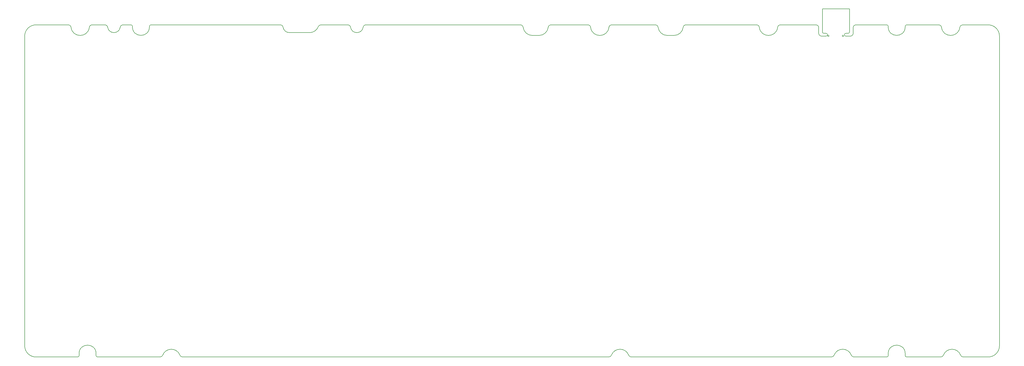
<source format=gbr>
%TF.GenerationSoftware,KiCad,Pcbnew,(5.1.10)-1*%
%TF.CreationDate,2022-05-13T21:41:30+07:00*%
%TF.ProjectId,solder,736f6c64-6572-42e6-9b69-6361645f7063,rev?*%
%TF.SameCoordinates,Original*%
%TF.FileFunction,Profile,NP*%
%FSLAX46Y46*%
G04 Gerber Fmt 4.6, Leading zero omitted, Abs format (unit mm)*
G04 Created by KiCad (PCBNEW (5.1.10)-1) date 2022-05-13 21:41:30*
%MOMM*%
%LPD*%
G01*
G04 APERTURE LIST*
%TA.AperFunction,Profile*%
%ADD10C,0.200000*%
%TD*%
G04 APERTURE END LIST*
D10*
X320850020Y-16037519D02*
X320850019Y-15815498D01*
X326850019Y-15815499D02*
X326850020Y-16037520D01*
X326850020Y-16037520D02*
G75*
G02*
X320850020Y-16037519I-3000000J1D01*
G01*
X326850019Y-15815499D02*
G75*
G02*
X327349158Y-15315500I500000J0D01*
G01*
X320349157Y-15315500D02*
G75*
G02*
X320850019Y-15815498I862J-499999D01*
G01*
X34825019Y-132799500D02*
X20125951Y-132799500D01*
X320350020Y-132799500D02*
X308776677Y-132799500D01*
X320850020Y-132299500D02*
G75*
G02*
X320350020Y-132799500I-500000J0D01*
G01*
X320850020Y-131600019D02*
X320850020Y-132299500D01*
X327349158Y-15315500D02*
X338679478Y-15315501D01*
X53650020Y-15315500D02*
X50837485Y-15315500D01*
X60150020Y-15815500D02*
X60150020Y-16037520D01*
X53650020Y-15315500D02*
G75*
G02*
X54150020Y-15815500I0J-500000D01*
G01*
X320850020Y-131600019D02*
G75*
G02*
X326850020Y-131600019I3000000J0D01*
G01*
X35325020Y-131600019D02*
G75*
G02*
X41325020Y-131600019I3000000J0D01*
G01*
X41325020Y-131600019D02*
X41325020Y-132299500D01*
X35325020Y-132299501D02*
G75*
G02*
X34825019Y-132799500I-500000J1D01*
G01*
X54150020Y-16037520D02*
X54150020Y-15815500D01*
X41825020Y-132799500D02*
G75*
G02*
X41325020Y-132299500I0J500000D01*
G01*
X35325020Y-131600019D02*
X35325020Y-132299501D01*
X327350020Y-132799500D02*
G75*
G02*
X326850020Y-132299500I0J500000D01*
G01*
X60150019Y-15815499D02*
G75*
G02*
X60650020Y-15315500I500000J-1D01*
G01*
X60150020Y-16037520D02*
G75*
G02*
X54150020Y-16037520I-3000000J0D01*
G01*
X326850020Y-131600019D02*
X326850020Y-132299500D01*
X308498949Y-18312510D02*
X308498949Y-16315500D01*
X309498949Y-15315500D02*
G75*
G03*
X308498949Y-16315500I0J-1000000D01*
G01*
X60650020Y-15315500D02*
X106325844Y-15315500D01*
X64832215Y-132152123D02*
G75*
G02*
X63896450Y-132799500I-935765J352623D01*
G01*
X308776677Y-132799501D02*
G75*
G02*
X307840988Y-132152325I1J1000001D01*
G01*
X223185289Y-132147408D02*
G75*
G02*
X229267239Y-132151140I3040273J-1146282D01*
G01*
X340334012Y-132152327D02*
G75*
G02*
X346415988Y-132152325I3040988J-1146681D01*
G01*
X340334010Y-132152326D02*
G75*
G02*
X339398321Y-132799500I-935689J352826D01*
G01*
X71849438Y-132799499D02*
X222249737Y-132794617D01*
X71849438Y-132799500D02*
G75*
G02*
X70913673Y-132152123I1J1000000D01*
G01*
X64832214Y-132152123D02*
G75*
G02*
X70913673Y-132152123I3040730J-1145834D01*
G01*
X41825020Y-132799500D02*
X63896450Y-132799500D01*
X327350020Y-132799500D02*
X339398321Y-132799500D01*
X230203373Y-132799500D02*
X300823321Y-132799500D01*
X301759010Y-132152326D02*
G75*
G02*
X300823321Y-132799500I-935689J352826D01*
G01*
X360125951Y-128799500D02*
G75*
G02*
X356125950Y-132799500I-3999749J-251D01*
G01*
X347351677Y-132799499D02*
X356125950Y-132799500D01*
X347351677Y-132799501D02*
G75*
G02*
X346415988Y-132152325I1J1000001D01*
G01*
X223185290Y-132147408D02*
G75*
G02*
X222249737Y-132794617I-935702J352791D01*
G01*
X230203373Y-132799500D02*
G75*
G02*
X229267239Y-132151140I1J1000000D01*
G01*
X301759012Y-132152327D02*
G75*
G02*
X307840988Y-132152325I3040988J-1146681D01*
G01*
X20125951Y-132799500D02*
G75*
G02*
X16125951Y-128799500I-271J3999729D01*
G01*
X299962500Y-19212510D02*
G75*
G03*
X299962500Y-19212510I-250000J0D01*
G01*
X297338950Y-19312510D02*
G75*
G02*
X296338950Y-18312510I0J1000000D01*
G01*
X49849376Y-16161746D02*
G75*
G02*
X50837485Y-15315500I988109J-153754D01*
G01*
X214855609Y-15315501D02*
X201866669Y-15315500D01*
X238666678Y-15315500D02*
G75*
G02*
X239659742Y-16197924I0J-1000000D01*
G01*
X295338950Y-15315500D02*
G75*
G02*
X296338950Y-16315500I0J-1000000D01*
G01*
X242887200Y-19065801D02*
G75*
G02*
X239659742Y-16197924I0J3250000D01*
G01*
X136558659Y-15315500D02*
X191041378Y-15315500D01*
X282828210Y-15315500D02*
X295338950Y-15315500D01*
X116689946Y-18065501D02*
X109537198Y-18065802D01*
X200873605Y-16197924D02*
G75*
G02*
X201866669Y-15315500I993064J-117576D01*
G01*
X119730523Y-15962614D02*
G75*
G02*
X120666189Y-15315500I935666J-352886D01*
G01*
X135570195Y-16164037D02*
G75*
G02*
X131132063Y-16164038I-2219066J340028D01*
G01*
X238666678Y-15315500D02*
X223296651Y-15315500D01*
X38946688Y-16197923D02*
G75*
G02*
X32491778Y-16197988I-3227459J382123D01*
G01*
X106325846Y-15315500D02*
G75*
G02*
X107313953Y-16161748I-2J-1000000D01*
G01*
X135570196Y-16164037D02*
G75*
G02*
X136558659Y-15315500I988463J-151463D01*
G01*
X44414774Y-15315501D02*
X39939750Y-15315500D01*
X109537200Y-18065802D02*
G75*
G02*
X107313953Y-16161748I-1J2250000D01*
G01*
X130143601Y-15315500D02*
G75*
G02*
X131132063Y-16164038I-1J-1000000D01*
G01*
X16125951Y-19404500D02*
G75*
G02*
X20214941Y-15316500I4000381J87640D01*
G01*
X31498637Y-15315585D02*
G75*
G02*
X32491778Y-16197988I81J-999998D01*
G01*
X274387167Y-15315500D02*
X249491969Y-15315500D01*
X274387167Y-15315500D02*
G75*
G02*
X275380231Y-16197924I0J-1000000D01*
G01*
X119730524Y-15962614D02*
G75*
G02*
X116689946Y-18065501I-3040578J1146752D01*
G01*
X191041378Y-15315500D02*
G75*
G02*
X192034442Y-16197924I0J-1000000D01*
G01*
X214855609Y-15315501D02*
G75*
G02*
X215848672Y-16197924I0J-999999D01*
G01*
X248498906Y-16197924D02*
G75*
G02*
X245271448Y-19065801I-3227458J382123D01*
G01*
X281835147Y-16197924D02*
G75*
G02*
X275380231Y-16197924I-3227458J382123D01*
G01*
X38946686Y-16197924D02*
G75*
G02*
X39939750Y-15315500I993064J-117576D01*
G01*
X49849378Y-16161746D02*
G75*
G02*
X45402882Y-16161748I-2223248J345945D01*
G01*
X197646148Y-19065801D02*
X195261900Y-19065802D01*
X347067511Y-15316697D02*
X356125950Y-15315501D01*
X296338950Y-18312510D02*
X296338950Y-16315500D01*
X222303587Y-16197924D02*
G75*
G02*
X223296651Y-15315500I993064J-117576D01*
G01*
X195261900Y-19065801D02*
G75*
G02*
X192034442Y-16197924I0J3250000D01*
G01*
X248498905Y-16197924D02*
G75*
G02*
X249491969Y-15315500I993064J-117576D01*
G01*
X31498636Y-15315584D02*
X20214941Y-15316500D01*
X281835146Y-16197924D02*
G75*
G02*
X282828210Y-15315500I993064J-117576D01*
G01*
X309498949Y-15315500D02*
X320349157Y-15315500D01*
X130143600Y-15315501D02*
X120666189Y-15315500D01*
X222303588Y-16197924D02*
G75*
G02*
X215848672Y-16197924I-3227458J379081D01*
G01*
X200873606Y-16197924D02*
G75*
G02*
X197646148Y-19065801I-3227458J382123D01*
G01*
X44414776Y-15315501D02*
G75*
G02*
X45402882Y-16161748I-2J-999999D01*
G01*
X245271448Y-19065801D02*
X242887200Y-19065802D01*
X308498949Y-18312510D02*
G75*
G02*
X307498949Y-19312510I-1000000J0D01*
G01*
X338679478Y-15315501D02*
G75*
G02*
X339672540Y-16197927I-1J-999999D01*
G01*
X346127480Y-16197765D02*
G75*
G02*
X339672540Y-16197927I-3227480J381954D01*
G01*
X346127478Y-16197766D02*
G75*
G02*
X347067511Y-15316697I993069J-117523D01*
G01*
X356125950Y-15315501D02*
G75*
G02*
X360125950Y-19315500I247J-3999753D01*
G01*
X305162500Y-19212510D02*
G75*
G03*
X305162500Y-19212510I-250000J0D01*
G01*
X360125951Y-128799500D02*
X360125950Y-19315500D01*
X305919209Y-18312510D02*
X306719209Y-18312510D01*
X307219209Y-17812510D02*
G75*
G02*
X306719209Y-18312510I-500000J0D01*
G01*
X307219209Y-9662517D02*
X297619218Y-9662517D01*
X298919218Y-19312510D02*
X297338950Y-19312510D01*
X297619218Y-9662517D02*
X297619218Y-17812510D01*
X305919209Y-19312510D02*
G75*
G02*
X305919209Y-18312510I0J500000D01*
G01*
X298919218Y-18312510D02*
G75*
G02*
X298919218Y-19312510I0J-500000D01*
G01*
X307498949Y-19312510D02*
X305919209Y-19312510D01*
X298119218Y-18312510D02*
G75*
G02*
X297619218Y-17812510I0J500000D01*
G01*
X298119218Y-18312510D02*
X298919218Y-18312510D01*
X307219209Y-17812510D02*
X307219209Y-9662517D01*
X16125951Y-19404500D02*
X16125951Y-128799500D01*
M02*

</source>
